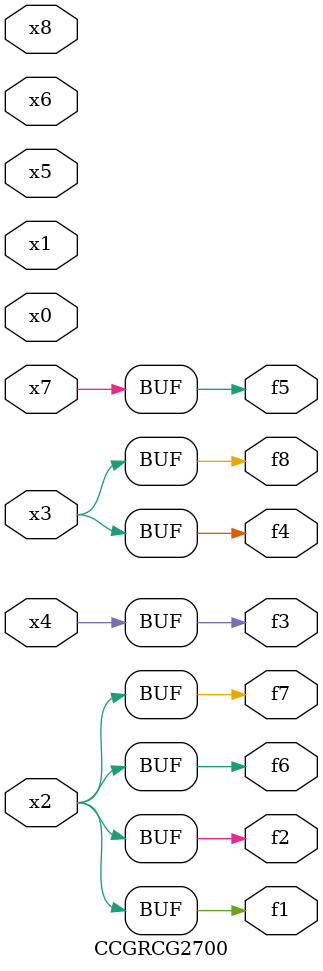
<source format=v>
module CCGRCG2700(
	input x0, x1, x2, x3, x4, x5, x6, x7, x8,
	output f1, f2, f3, f4, f5, f6, f7, f8
);
	assign f1 = x2;
	assign f2 = x2;
	assign f3 = x4;
	assign f4 = x3;
	assign f5 = x7;
	assign f6 = x2;
	assign f7 = x2;
	assign f8 = x3;
endmodule

</source>
